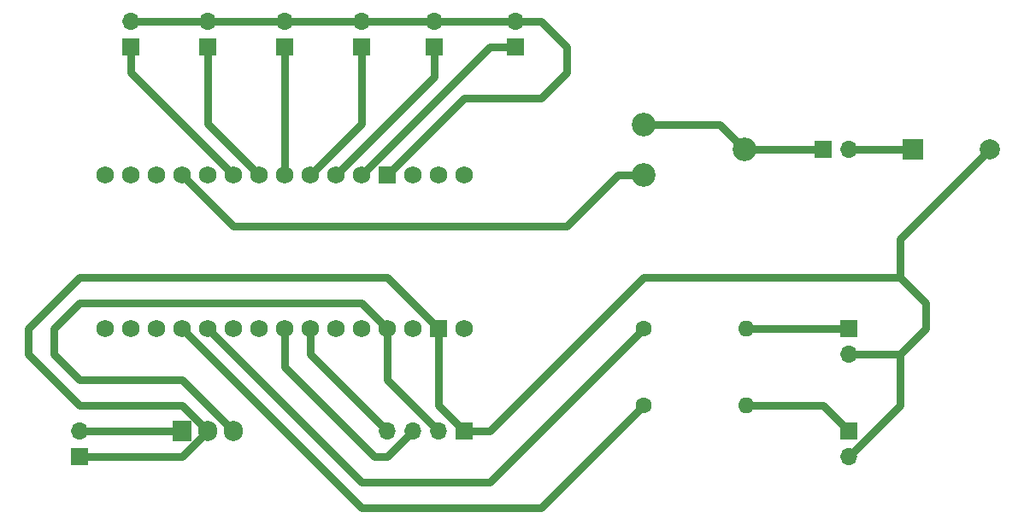
<source format=gbr>
%TF.GenerationSoftware,KiCad,Pcbnew,7.0.7*%
%TF.CreationDate,2023-09-11T15:30:13+03:00*%
%TF.ProjectId,PCB,5043422e-6b69-4636-9164-5f7063625858,rev?*%
%TF.SameCoordinates,Original*%
%TF.FileFunction,Copper,L1,Top*%
%TF.FilePolarity,Positive*%
%FSLAX46Y46*%
G04 Gerber Fmt 4.6, Leading zero omitted, Abs format (unit mm)*
G04 Created by KiCad (PCBNEW 7.0.7) date 2023-09-11 15:30:13*
%MOMM*%
%LPD*%
G01*
G04 APERTURE LIST*
%TA.AperFunction,ComponentPad*%
%ADD10C,1.727200*%
%TD*%
%TA.AperFunction,ComponentPad*%
%ADD11R,1.727200X1.727200*%
%TD*%
%TA.AperFunction,ComponentPad*%
%ADD12O,1.905000X2.000000*%
%TD*%
%TA.AperFunction,ComponentPad*%
%ADD13R,1.905000X2.000000*%
%TD*%
%TA.AperFunction,ComponentPad*%
%ADD14C,2.340000*%
%TD*%
%TA.AperFunction,ComponentPad*%
%ADD15O,1.600000X1.600000*%
%TD*%
%TA.AperFunction,ComponentPad*%
%ADD16C,1.600000*%
%TD*%
%TA.AperFunction,ComponentPad*%
%ADD17R,1.700000X1.700000*%
%TD*%
%TA.AperFunction,ComponentPad*%
%ADD18O,1.700000X1.700000*%
%TD*%
%TA.AperFunction,ComponentPad*%
%ADD19R,2.000000X2.000000*%
%TD*%
%TA.AperFunction,ComponentPad*%
%ADD20C,2.000000*%
%TD*%
%TA.AperFunction,Conductor*%
%ADD21C,0.800000*%
%TD*%
G04 APERTURE END LIST*
D10*
%TO.P,A1,3V3,3.3V*%
%TO.N,unconnected-(A1-3.3V-Pad3V3)*%
X116840000Y-109220000D03*
%TO.P,A1,5V,5V*%
%TO.N,+5V*%
X142240000Y-109220000D03*
%TO.P,A1,A0,A0*%
%TO.N,A0-LED_LEFT*%
X121920000Y-109220000D03*
%TO.P,A1,A1,A1*%
%TO.N,A1-LED_RIGHT*%
X124460000Y-109220000D03*
%TO.P,A1,A2,A2*%
%TO.N,unconnected-(A1-PadA2)*%
X127000000Y-109220000D03*
%TO.P,A1,A3,A3*%
%TO.N,unconnected-(A1-PadA3)*%
X129540000Y-109220000D03*
%TO.P,A1,A4,A4/SDA*%
%TO.N,SDA*%
X132080000Y-109220000D03*
%TO.P,A1,A5,A5/SCL*%
%TO.N,SCL*%
X134620000Y-109220000D03*
%TO.P,A1,A6,A6*%
%TO.N,unconnected-(A1-PadA6)*%
X137160000Y-109220000D03*
%TO.P,A1,A7,A7*%
%TO.N,unconnected-(A1-PadA7)*%
X139700000Y-109220000D03*
%TO.P,A1,AREF,AREF*%
%TO.N,unconnected-(A1-PadAREF)*%
X119380000Y-109220000D03*
%TO.P,A1,D0,D0/RX*%
%TO.N,unconnected-(A1-D0{slash}RX-PadD0)*%
X147320000Y-93980000D03*
%TO.P,A1,D1,D1/TX*%
%TO.N,unconnected-(A1-D1{slash}TX-PadD1)*%
X149860000Y-93980000D03*
%TO.P,A1,D2,D2*%
%TO.N,D2-B_LEFT*%
X139700000Y-93980000D03*
%TO.P,A1,D3,D3*%
%TO.N,D3-B_RIGHT*%
X137160000Y-93980000D03*
%TO.P,A1,D4,D4*%
%TO.N,D4-B_S_S*%
X134620000Y-93980000D03*
%TO.P,A1,D5,D5*%
%TO.N,D5-B_OK*%
X132080000Y-93980000D03*
%TO.P,A1,D6,D6*%
%TO.N,D6-B_sRESET*%
X129540000Y-93980000D03*
%TO.P,A1,D7,D7*%
%TO.N,D7-B_*%
X127000000Y-93980000D03*
%TO.P,A1,D8,D8*%
%TO.N,unconnected-(A1-PadD8)*%
X124460000Y-93980000D03*
%TO.P,A1,D9,D9*%
%TO.N,D9-BUZZ*%
X121920000Y-93980000D03*
%TO.P,A1,D10,D10*%
%TO.N,unconnected-(A1-PadD10)*%
X119380000Y-93980000D03*
%TO.P,A1,D11,D11_MOSI*%
%TO.N,unconnected-(A1-D11_MOSI-PadD11)*%
X116840000Y-93980000D03*
%TO.P,A1,D12,D12_MISO*%
%TO.N,unconnected-(A1-D12_MISO-PadD12)*%
X114300000Y-93980000D03*
%TO.P,A1,D13,D13_SCK*%
%TO.N,unconnected-(A1-D13_SCK-PadD13)*%
X114300000Y-109220000D03*
D11*
%TO.P,A1,GND1,GND*%
%TO.N,GND*%
X142240000Y-93980000D03*
%TO.P,A1,GND2,GND*%
X147320000Y-109220000D03*
D10*
%TO.P,A1,RST1,RESET*%
%TO.N,unconnected-(A1-RESET-PadRST1)*%
X144780000Y-93980000D03*
%TO.P,A1,RST2,RESET*%
%TO.N,unconnected-(A1-RESET-PadRST2)*%
X144780000Y-109220000D03*
%TO.P,A1,VIN,VIN*%
%TO.N,unconnected-(A1-PadVIN)*%
X149860000Y-109220000D03*
%TD*%
D12*
%TO.P,U1,3,VO*%
%TO.N,+5V*%
X127000000Y-119380000D03*
%TO.P,U1,2,GND*%
%TO.N,GND*%
X124460000Y-119380000D03*
D13*
%TO.P,U1,1,VI*%
%TO.N,/V_BAT*%
X121920000Y-119380000D03*
%TD*%
D14*
%TO.P,RV1,1,1*%
%TO.N,D9-BUZZ*%
X167640000Y-93980000D03*
%TO.P,RV1,2,2*%
%TO.N,Net-(J8-Pin_1)*%
X177640000Y-91480000D03*
%TO.P,RV1,3,3*%
X167640000Y-88980000D03*
%TD*%
D15*
%TO.P,R2,2*%
%TO.N,Net-(J10-Pin_1)*%
X177800000Y-109220000D03*
D16*
%TO.P,R2,1*%
%TO.N,A1-LED_RIGHT*%
X167640000Y-109220000D03*
%TD*%
D15*
%TO.P,R1,2*%
%TO.N,Net-(J9-Pin_1)*%
X177800000Y-116840000D03*
D16*
%TO.P,R1,1*%
%TO.N,A0-LED_LEFT*%
X167640000Y-116840000D03*
%TD*%
D17*
%TO.P,J11,1,Pin_1*%
%TO.N,GND*%
X111760000Y-121920000D03*
D18*
%TO.P,J11,2,Pin_2*%
%TO.N,/V_BAT*%
X111760000Y-119380000D03*
%TD*%
D17*
%TO.P,J10,1,Pin_1*%
%TO.N,Net-(J10-Pin_1)*%
X187960000Y-109220000D03*
D18*
%TO.P,J10,2,Pin_2*%
%TO.N,GND*%
X187960000Y-111760000D03*
%TD*%
D17*
%TO.P,J9,1,Pin_1*%
%TO.N,Net-(J9-Pin_1)*%
X187960000Y-119380000D03*
D18*
%TO.P,J9,2,Pin_2*%
%TO.N,GND*%
X187960000Y-121920000D03*
%TD*%
%TO.P,J8,2,Pin_2*%
%TO.N,Net-(BZ1--)*%
X187960000Y-91440000D03*
D17*
%TO.P,J8,1,Pin_1*%
%TO.N,Net-(J8-Pin_1)*%
X185420000Y-91440000D03*
%TD*%
%TO.P,J7,1,Pin_1*%
%TO.N,D7-B_*%
X116840000Y-81280000D03*
D18*
%TO.P,J7,2,Pin_2*%
%TO.N,GND*%
X116840000Y-78740000D03*
%TD*%
D17*
%TO.P,J6,1,Pin_1*%
%TO.N,D6-B_sRESET*%
X124460000Y-81280000D03*
D18*
%TO.P,J6,2,Pin_2*%
%TO.N,GND*%
X124460000Y-78740000D03*
%TD*%
D17*
%TO.P,J5,1,Pin_1*%
%TO.N,D5-B_OK*%
X132080000Y-81280000D03*
D18*
%TO.P,J5,2,Pin_2*%
%TO.N,GND*%
X132080000Y-78740000D03*
%TD*%
%TO.P,J4,2,Pin_2*%
%TO.N,GND*%
X139700000Y-78740000D03*
D17*
%TO.P,J4,1,Pin_1*%
%TO.N,D4-B_S_S*%
X139700000Y-81280000D03*
%TD*%
D18*
%TO.P,J3,2,Pin_2*%
%TO.N,GND*%
X146890000Y-78740000D03*
D17*
%TO.P,J3,1,Pin_1*%
%TO.N,D3-B_RIGHT*%
X146890000Y-81280000D03*
%TD*%
D18*
%TO.P,J2,2,Pin_2*%
%TO.N,GND*%
X154940000Y-78740000D03*
D17*
%TO.P,J2,1,Pin_1*%
%TO.N,D2-B_LEFT*%
X154940000Y-81280000D03*
%TD*%
D19*
%TO.P,BZ1,1,-*%
%TO.N,Net-(BZ1--)*%
X194320000Y-91440000D03*
D20*
%TO.P,BZ1,2,+*%
%TO.N,GND*%
X201920000Y-91440000D03*
%TD*%
D17*
%TO.P,J1,1,Pin_1*%
%TO.N,GND*%
X149860000Y-119380000D03*
D18*
%TO.P,J1,2,Pin_2*%
%TO.N,+5V*%
X147320000Y-119380000D03*
%TO.P,J1,3,Pin_3*%
%TO.N,SDA*%
X144780000Y-119380000D03*
%TO.P,J1,4,Pin_4*%
%TO.N,SCL*%
X142240000Y-119380000D03*
%TD*%
D21*
%TO.N,D9-BUZZ*%
X165100000Y-93980000D02*
X167640000Y-93980000D01*
X160020000Y-99060000D02*
X165100000Y-93980000D01*
X121920000Y-93980000D02*
X127000000Y-99060000D01*
X127000000Y-99060000D02*
X160020000Y-99060000D01*
%TO.N,GND*%
X193040000Y-100320000D02*
X193040000Y-104140000D01*
X201920000Y-91440000D02*
X193040000Y-100320000D01*
X193040000Y-116840000D02*
X187960000Y-121920000D01*
X193040000Y-111760000D02*
X193040000Y-116840000D01*
X193040000Y-111760000D02*
X187960000Y-111760000D01*
X195580000Y-109220000D02*
X193040000Y-111760000D01*
X195580000Y-106680000D02*
X195580000Y-109220000D01*
X193040000Y-104140000D02*
X195580000Y-106680000D01*
X167640000Y-104140000D02*
X193040000Y-104140000D01*
X152400000Y-119380000D02*
X167640000Y-104140000D01*
X149860000Y-119380000D02*
X152400000Y-119380000D01*
%TO.N,Net-(J9-Pin_1)*%
X185420000Y-116840000D02*
X187960000Y-119380000D01*
X177800000Y-116840000D02*
X185420000Y-116840000D01*
%TO.N,Net-(J10-Pin_1)*%
X177800000Y-109220000D02*
X187960000Y-109220000D01*
%TO.N,Net-(BZ1--)*%
X187960000Y-91440000D02*
X194320000Y-91440000D01*
%TO.N,Net-(J8-Pin_1)*%
X185380000Y-91480000D02*
X185420000Y-91440000D01*
X177640000Y-91480000D02*
X185380000Y-91480000D01*
X175140000Y-88980000D02*
X177640000Y-91480000D01*
X167640000Y-88980000D02*
X175140000Y-88980000D01*
%TO.N,GND*%
X149860000Y-86360000D02*
X142240000Y-93980000D01*
X157480000Y-78740000D02*
X160020000Y-81280000D01*
X160020000Y-81280000D02*
X160020000Y-83820000D01*
X160020000Y-83820000D02*
X157480000Y-86360000D01*
X154940000Y-78740000D02*
X157480000Y-78740000D01*
X157480000Y-86360000D02*
X149860000Y-86360000D01*
X146890000Y-78740000D02*
X154940000Y-78740000D01*
X139700000Y-78740000D02*
X146890000Y-78740000D01*
X132080000Y-78740000D02*
X139700000Y-78740000D01*
X124460000Y-78740000D02*
X132080000Y-78740000D01*
X116840000Y-78740000D02*
X124460000Y-78740000D01*
%TO.N,D2-B_LEFT*%
X152400000Y-81280000D02*
X139700000Y-93980000D01*
X154940000Y-81280000D02*
X152400000Y-81280000D01*
%TO.N,D3-B_RIGHT*%
X146890000Y-84250000D02*
X137160000Y-93980000D01*
X146890000Y-81280000D02*
X146890000Y-84250000D01*
%TO.N,D4-B_S_S*%
X139700000Y-88900000D02*
X134620000Y-93980000D01*
X139700000Y-81280000D02*
X139700000Y-88900000D01*
%TO.N,D5-B_OK*%
X132080000Y-81280000D02*
X132080000Y-93980000D01*
%TO.N,D6-B_sRESET*%
X124460000Y-88900000D02*
X129540000Y-93980000D01*
X124460000Y-81280000D02*
X124460000Y-88900000D01*
%TO.N,D7-B_*%
X116840000Y-83820000D02*
X127000000Y-93980000D01*
X116840000Y-81280000D02*
X116840000Y-83820000D01*
%TO.N,A1-LED_RIGHT*%
X139700000Y-124460000D02*
X124460000Y-109220000D01*
X152400000Y-124460000D02*
X139700000Y-124460000D01*
X167640000Y-109220000D02*
X152400000Y-124460000D01*
%TO.N,A0-LED_LEFT*%
X157480000Y-127000000D02*
X139700000Y-127000000D01*
X139700000Y-127000000D02*
X121920000Y-109220000D01*
X167640000Y-116840000D02*
X157480000Y-127000000D01*
%TO.N,SDA*%
X142240000Y-121920000D02*
X144780000Y-119380000D01*
X140970000Y-121920000D02*
X142240000Y-121920000D01*
X132080000Y-113030000D02*
X140970000Y-121920000D01*
X132080000Y-109220000D02*
X132080000Y-113030000D01*
%TO.N,GND*%
X147320000Y-109220000D02*
X147320000Y-116840000D01*
X147320000Y-116840000D02*
X149860000Y-119380000D01*
%TO.N,+5V*%
X142240000Y-114300000D02*
X147320000Y-119380000D01*
X142240000Y-109220000D02*
X142240000Y-114300000D01*
%TO.N,SCL*%
X134620000Y-111760000D02*
X142240000Y-119380000D01*
X134620000Y-109220000D02*
X134620000Y-111760000D01*
%TO.N,GND*%
X111760000Y-104140000D02*
X142240000Y-104140000D01*
X142240000Y-104140000D02*
X147320000Y-109220000D01*
X106680000Y-109220000D02*
X111760000Y-104140000D01*
X106680000Y-111760000D02*
X106680000Y-109220000D01*
X111760000Y-116840000D02*
X106680000Y-111760000D01*
X121920000Y-116840000D02*
X111760000Y-116840000D01*
X124460000Y-119380000D02*
X121920000Y-116840000D01*
%TO.N,+5V*%
X139700000Y-106680000D02*
X142240000Y-109220000D01*
X109220000Y-109220000D02*
X111760000Y-106680000D01*
X111760000Y-106680000D02*
X139700000Y-106680000D01*
X109220000Y-111760000D02*
X109220000Y-109220000D01*
X111760000Y-114300000D02*
X109220000Y-111760000D01*
X127000000Y-119380000D02*
X121920000Y-114300000D01*
X121920000Y-114300000D02*
X111760000Y-114300000D01*
%TO.N,/V_BAT*%
X111760000Y-119380000D02*
X121920000Y-119380000D01*
%TO.N,GND*%
X121920000Y-121920000D02*
X124460000Y-119380000D01*
X111760000Y-121920000D02*
X121920000Y-121920000D01*
%TD*%
M02*

</source>
